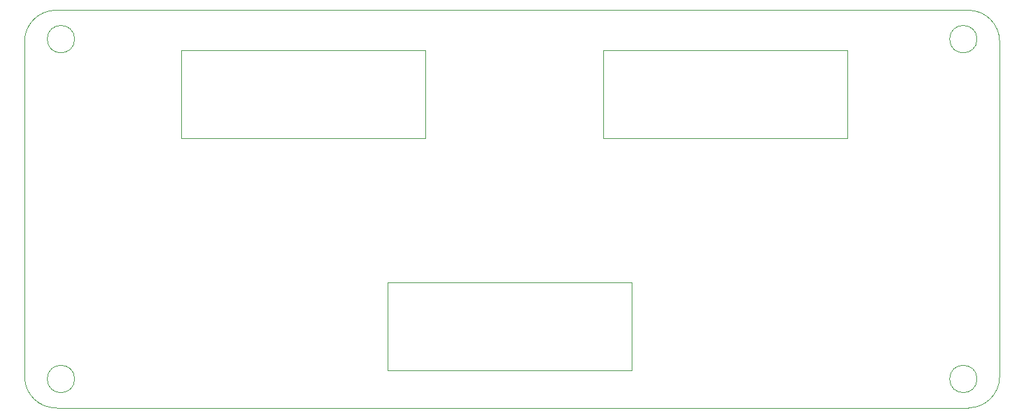
<source format=gbr>
%TF.GenerationSoftware,KiCad,Pcbnew,(5.1.9)-1*%
%TF.CreationDate,2022-01-10T13:55:20-07:00*%
%TF.ProjectId,Kicad_Back_Plate_3x_DB9,4b696361-645f-4426-9163-6b5f506c6174,rev?*%
%TF.SameCoordinates,Original*%
%TF.FileFunction,Profile,NP*%
%FSLAX46Y46*%
G04 Gerber Fmt 4.6, Leading zero omitted, Abs format (unit mm)*
G04 Created by KiCad (PCBNEW (5.1.9)-1) date 2022-01-10 13:55:20*
%MOMM*%
%LPD*%
G01*
G04 APERTURE LIST*
%TA.AperFunction,Profile*%
%ADD10C,0.050000*%
%TD*%
G04 APERTURE END LIST*
D10*
X46440000Y-34880000D02*
X77690000Y-34880000D01*
X77690000Y-34880000D02*
X77690000Y-46130000D01*
X46440000Y-46130000D02*
X77690000Y-46130000D01*
X46440000Y-34880000D02*
X46440000Y-46130000D01*
X74030000Y-5130000D02*
X105280000Y-5130000D01*
X105280000Y-5130000D02*
X105280000Y-16380000D01*
X74030000Y-16380000D02*
X105280000Y-16380000D01*
X74030000Y-5130000D02*
X74030000Y-16380000D01*
X121900000Y-47200000D02*
G75*
G03*
X121900000Y-47200000I-1750000J0D01*
G01*
X121900000Y-3700000D02*
G75*
G03*
X121900000Y-3700000I-1750000J0D01*
G01*
X6400000Y-47200000D02*
G75*
G03*
X6400000Y-47200000I-1750000J0D01*
G01*
X6400000Y-3700000D02*
G75*
G03*
X6400000Y-3700000I-1750000J0D01*
G01*
X4100000Y-50900000D02*
G75*
G02*
X0Y-47000000I-100000J4000000D01*
G01*
X0Y-4000000D02*
X0Y-47000000D01*
X120800000Y0D02*
G75*
G02*
X124800000Y-4000000I0J-4000000D01*
G01*
X4000000Y0D02*
X120800000Y0D01*
X124800000Y-46900000D02*
X124800000Y-4000000D01*
X4100000Y-50900000D02*
X120800000Y-50900000D01*
X51280000Y-5120000D02*
X51280000Y-16370000D01*
X0Y-4000000D02*
G75*
G02*
X4000000Y0I4000000J0D01*
G01*
X20030000Y-5120000D02*
X20030000Y-16370000D01*
X20030000Y-16370000D02*
X51280000Y-16370000D01*
X20030000Y-5120000D02*
X51280000Y-5120000D01*
X124800000Y-46900000D02*
G75*
G02*
X120800000Y-50900000I-4000000J0D01*
G01*
M02*

</source>
